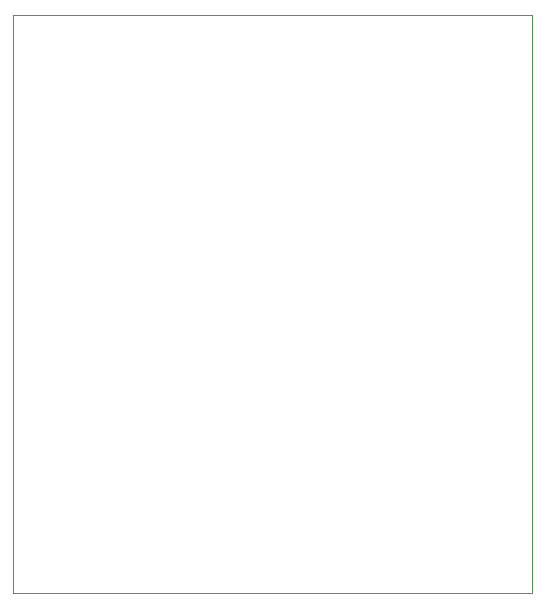
<source format=gm1>
G04*
G04 #@! TF.GenerationSoftware,Altium Limited,Altium Designer,23.4.1 (23)*
G04*
G04 Layer_Color=16711935*
%FSLAX25Y25*%
%MOIN*%
G70*
G04*
G04 #@! TF.SameCoordinates,EF30BACE-0BBC-42E6-AA2A-B86B67AF279B*
G04*
G04*
G04 #@! TF.FilePolarity,Positive*
G04*
G01*
G75*
%ADD45C,0.00200*%
D45*
X98Y98D02*
Y192815D01*
X173130D01*
Y98D02*
Y192815D01*
X98Y98D02*
X173130D01*
M02*

</source>
